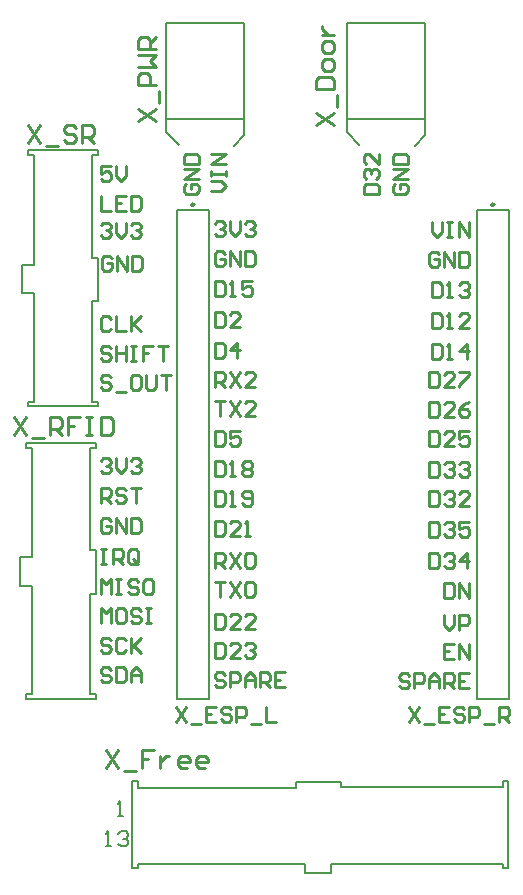
<source format=gto>
G04*
G04 #@! TF.GenerationSoftware,Altium Limited,Altium Designer,24.5.2 (23)*
G04*
G04 Layer_Color=65535*
%FSLAX25Y25*%
%MOIN*%
G70*
G04*
G04 #@! TF.SameCoordinates,283EEC4D-0936-4861-99EB-E05453D0A95E*
G04*
G04*
G04 #@! TF.FilePolarity,Positive*
G04*
G01*
G75*
%ADD10C,0.00984*%
%ADD11C,0.00787*%
%ADD12C,0.01000*%
%ADD13C,0.00800*%
D10*
X164857Y232501D02*
G03*
X164857Y232501I-492J0D01*
G01*
X64857D02*
G03*
X64857Y232501I-492J0D01*
G01*
D11*
X78104Y252218D02*
X81504Y255618D01*
X55504Y261118D02*
X81504D01*
X55504Y256618D02*
X59704Y252418D01*
X55504Y256618D02*
Y293143D01*
X81504D01*
Y255618D02*
Y293143D01*
X138340Y252218D02*
X141740Y255618D01*
X115740Y261118D02*
X141740D01*
X115740Y256618D02*
X119940Y252418D01*
X115740Y256618D02*
Y293143D01*
X141740D01*
Y255618D02*
Y293143D01*
X44192Y13228D02*
Y38425D01*
X169508Y13228D02*
Y38425D01*
X44192D02*
Y40394D01*
X46161D01*
Y37925D02*
Y40394D01*
Y37925D02*
X98664D01*
Y39894D01*
X113624D01*
Y38327D02*
Y39894D01*
Y38327D02*
X167933D01*
Y40394D01*
X169508D01*
Y38425D02*
Y40394D01*
Y11260D02*
Y13228D01*
X167933Y11260D02*
X169508D01*
X167933D02*
Y12835D01*
X110472Y12835D02*
X167933Y12835D01*
X110472Y9882D02*
Y12638D01*
X101811Y9882D02*
X110472D01*
X101811D02*
Y12638D01*
X46161D02*
X101811D01*
X46161Y11260D02*
Y12835D01*
X44192Y11260D02*
X46161D01*
X44192D02*
Y13228D01*
X9449Y249921D02*
Y250709D01*
X12205D01*
X9449Y249134D02*
Y249921D01*
X9547Y165276D02*
Y166850D01*
X11417D01*
Y203071D01*
X7480D02*
X11417D01*
X9449Y249134D02*
X11417D01*
X11417Y212520D01*
X7480D02*
X11417D01*
X7480Y203071D02*
Y212520D01*
X32677Y249134D02*
Y250709D01*
X30709Y249134D02*
X32677D01*
X30709Y214882D02*
Y249134D01*
Y214882D02*
X32677D01*
Y200315D02*
Y214882D01*
X30709Y200315D02*
X32677D01*
X30709Y166850D02*
Y200315D01*
Y166850D02*
X32677D01*
Y165276D02*
Y166850D01*
X12205Y250709D02*
X32677D01*
X9547Y165276D02*
X32677D01*
X159050Y230591D02*
X169680D01*
X159050Y67638D02*
Y230591D01*
Y67638D02*
X169680D01*
Y230591D01*
X8766Y152331D02*
Y153119D01*
X11522D01*
X8766Y151544D02*
Y152331D01*
X8865Y67686D02*
Y69261D01*
X10735D01*
Y105481D01*
X6798D02*
X10735D01*
X8766Y151544D02*
X10735D01*
X10735Y114930D01*
X6798D02*
X10735D01*
X6798Y105481D02*
Y114930D01*
X31995Y151544D02*
Y153119D01*
X30026Y151544D02*
X31995D01*
X30026Y117292D02*
Y151544D01*
Y117292D02*
X31995D01*
Y102725D02*
Y117292D01*
X30026Y102725D02*
X31995D01*
X30026Y69261D02*
Y102725D01*
Y69261D02*
X31995D01*
Y67686D02*
Y69261D01*
X11522Y153119D02*
X31995D01*
X8865Y67686D02*
X31995D01*
X69680Y67638D02*
Y230591D01*
X59050Y67638D02*
X69680D01*
X59050D02*
Y230591D01*
X69680D01*
D12*
X37009Y184693D02*
X36176Y185526D01*
X34510D01*
X33677Y184693D01*
Y183860D01*
X34510Y183027D01*
X36176D01*
X37009Y182194D01*
Y181361D01*
X36176Y180528D01*
X34510D01*
X33677Y181361D01*
X38675Y185526D02*
Y180528D01*
Y183027D01*
X42008D01*
Y185526D01*
Y180528D01*
X43674Y185526D02*
X45340D01*
X44507D01*
Y180528D01*
X43674D01*
X45340D01*
X51171Y185526D02*
X47839D01*
Y183027D01*
X49505D01*
X47839D01*
Y180528D01*
X52838Y185526D02*
X56170D01*
X54504D01*
Y180528D01*
X37009Y245369D02*
X33677D01*
Y242869D01*
X35343Y243702D01*
X36176D01*
X37009Y242869D01*
Y241203D01*
X36176Y240370D01*
X34510D01*
X33677Y241203D01*
X38675Y245369D02*
Y242036D01*
X40342Y240370D01*
X42008Y242036D01*
Y245369D01*
X37009Y174896D02*
X36176Y175729D01*
X34510D01*
X33677Y174896D01*
Y174063D01*
X34510Y173230D01*
X36176D01*
X37009Y172397D01*
Y171564D01*
X36176Y170731D01*
X34510D01*
X33677Y171564D01*
X38675Y169898D02*
X42008D01*
X46173Y175729D02*
X44507D01*
X43674Y174896D01*
Y171564D01*
X44507Y170731D01*
X46173D01*
X47006Y171564D01*
Y174896D01*
X46173Y175729D01*
X48672D02*
Y171564D01*
X49505Y170731D01*
X51171D01*
X52005Y171564D01*
Y175729D01*
X53671D02*
X57003D01*
X55337D01*
Y170731D01*
X33677Y235526D02*
Y230528D01*
X37009D01*
X42008Y235526D02*
X38675D01*
Y230528D01*
X42008D01*
X38675Y233027D02*
X40342D01*
X43674Y235526D02*
Y230528D01*
X46173D01*
X47006Y231361D01*
Y234693D01*
X46173Y235526D01*
X43674D01*
X37009Y194535D02*
X36176Y195369D01*
X34510D01*
X33677Y194535D01*
Y191203D01*
X34510Y190370D01*
X36176D01*
X37009Y191203D01*
X38675Y195369D02*
Y190370D01*
X42008D01*
X43674Y195369D02*
Y190370D01*
Y192036D01*
X47006Y195369D01*
X44507Y192869D01*
X47006Y190370D01*
X37403Y214614D02*
X36570Y215447D01*
X34904D01*
X34071Y214614D01*
Y211282D01*
X34904Y210449D01*
X36570D01*
X37403Y211282D01*
Y212948D01*
X35737D01*
X39069Y210449D02*
Y215447D01*
X42401Y210449D01*
Y215447D01*
X44068D02*
Y210449D01*
X46567D01*
X47400Y211282D01*
Y214614D01*
X46567Y215447D01*
X44068D01*
X33677Y225638D02*
X34510Y226471D01*
X36176D01*
X37009Y225638D01*
Y224805D01*
X36176Y223972D01*
X35343D01*
X36176D01*
X37009Y223139D01*
Y222305D01*
X36176Y221472D01*
X34510D01*
X33677Y222305D01*
X38675Y226471D02*
Y223139D01*
X40342Y221472D01*
X42008Y223139D01*
Y226471D01*
X43674Y225638D02*
X44507Y226471D01*
X46173D01*
X47006Y225638D01*
Y224805D01*
X46173Y223972D01*
X45340D01*
X46173D01*
X47006Y223139D01*
Y222305D01*
X46173Y221472D01*
X44507D01*
X43674Y222305D01*
X37110Y77410D02*
X36277Y78243D01*
X34610D01*
X33777Y77410D01*
Y76577D01*
X34610Y75744D01*
X36277D01*
X37110Y74911D01*
Y74078D01*
X36277Y73245D01*
X34610D01*
X33777Y74078D01*
X38776Y78243D02*
Y73245D01*
X41275D01*
X42108Y74078D01*
Y77410D01*
X41275Y78243D01*
X38776D01*
X43774Y73245D02*
Y76577D01*
X45440Y78243D01*
X47106Y76577D01*
Y73245D01*
Y75744D01*
X43774D01*
X33777Y92930D02*
Y97928D01*
X35443Y96262D01*
X37110Y97928D01*
Y92930D01*
X41275Y97928D02*
X39609D01*
X38776Y97095D01*
Y93763D01*
X39609Y92930D01*
X41275D01*
X42108Y93763D01*
Y97095D01*
X41275Y97928D01*
X47106Y97095D02*
X46273Y97928D01*
X44607D01*
X43774Y97095D01*
Y96262D01*
X44607Y95429D01*
X46273D01*
X47106Y94596D01*
Y93763D01*
X46273Y92930D01*
X44607D01*
X43774Y93763D01*
X48772Y97928D02*
X50439D01*
X49606D01*
Y92930D01*
X48772D01*
X50439D01*
X33777Y102576D02*
Y107574D01*
X35443Y105908D01*
X37110Y107574D01*
Y102576D01*
X38776Y107574D02*
X40442D01*
X39609D01*
Y102576D01*
X38776D01*
X40442D01*
X46273Y106741D02*
X45440Y107574D01*
X43774D01*
X42941Y106741D01*
Y105908D01*
X43774Y105075D01*
X45440D01*
X46273Y104242D01*
Y103409D01*
X45440Y102576D01*
X43774D01*
X42941Y103409D01*
X50439Y107574D02*
X48772D01*
X47940Y106741D01*
Y103409D01*
X48772Y102576D01*
X50439D01*
X51272Y103409D01*
Y106741D01*
X50439Y107574D01*
X33777Y117712D02*
X35443D01*
X34610D01*
Y112713D01*
X33777D01*
X35443D01*
X37943D02*
Y117712D01*
X40442D01*
X41275Y116879D01*
Y115213D01*
X40442Y114380D01*
X37943D01*
X39609D02*
X41275Y112713D01*
X46273Y113546D02*
Y116879D01*
X45440Y117712D01*
X43774D01*
X42941Y116879D01*
Y113546D01*
X43774Y112713D01*
X45440D01*
X44607Y114380D02*
X46273Y112713D01*
X45440D02*
X46273Y113546D01*
X37110Y87351D02*
X36277Y88184D01*
X34610D01*
X33777Y87351D01*
Y86518D01*
X34610Y85685D01*
X36277D01*
X37110Y84852D01*
Y84019D01*
X36277Y83186D01*
X34610D01*
X33777Y84019D01*
X42108Y87351D02*
X41275Y88184D01*
X39609D01*
X38776Y87351D01*
Y84019D01*
X39609Y83186D01*
X41275D01*
X42108Y84019D01*
X43774Y88184D02*
Y83186D01*
Y84852D01*
X47106Y88184D01*
X44607Y85685D01*
X47106Y83186D01*
X37110Y127213D02*
X36277Y128046D01*
X34610D01*
X33777Y127213D01*
Y123881D01*
X34610Y123048D01*
X36277D01*
X37110Y123881D01*
Y125547D01*
X35443D01*
X38776Y123048D02*
Y128046D01*
X42108Y123048D01*
Y128046D01*
X43774D02*
Y123048D01*
X46273D01*
X47106Y123881D01*
Y127213D01*
X46273Y128046D01*
X43774D01*
X33777Y133087D02*
Y138086D01*
X36277D01*
X37110Y137253D01*
Y135587D01*
X36277Y134754D01*
X33777D01*
X35443D02*
X37110Y133087D01*
X42108Y137253D02*
X41275Y138086D01*
X39609D01*
X38776Y137253D01*
Y136420D01*
X39609Y135587D01*
X41275D01*
X42108Y134754D01*
Y133920D01*
X41275Y133087D01*
X39609D01*
X38776Y133920D01*
X43774Y138086D02*
X47106D01*
X45440D01*
Y133087D01*
X33777Y147194D02*
X34610Y148027D01*
X36277D01*
X37110Y147194D01*
Y146361D01*
X36277Y145528D01*
X35443D01*
X36277D01*
X37110Y144694D01*
Y143861D01*
X36277Y143028D01*
X34610D01*
X33777Y143861D01*
X38776Y148027D02*
Y144694D01*
X40442Y143028D01*
X42108Y144694D01*
Y148027D01*
X43774Y147194D02*
X44607Y148027D01*
X46273D01*
X47106Y147194D01*
Y146361D01*
X46273Y145528D01*
X45440D01*
X46273D01*
X47106Y144694D01*
Y143861D01*
X46273Y143028D01*
X44607D01*
X43774Y143861D01*
X71671Y137200D02*
Y132202D01*
X74170D01*
X75003Y133035D01*
Y136367D01*
X74170Y137200D01*
X71671D01*
X76670Y132202D02*
X78336D01*
X77503D01*
Y137200D01*
X76670Y136367D01*
X80835Y133035D02*
X81668Y132202D01*
X83334D01*
X84167Y133035D01*
Y136367D01*
X83334Y137200D01*
X81668D01*
X80835Y136367D01*
Y135534D01*
X81668Y134701D01*
X84167D01*
X71671Y226131D02*
X72504Y226964D01*
X74170D01*
X75003Y226131D01*
Y225297D01*
X74170Y224464D01*
X73337D01*
X74170D01*
X75003Y223631D01*
Y222798D01*
X74170Y221965D01*
X72504D01*
X71671Y222798D01*
X76670Y226964D02*
Y223631D01*
X78336Y221965D01*
X80002Y223631D01*
Y226964D01*
X81668Y226131D02*
X82501Y226964D01*
X84167D01*
X85000Y226131D01*
Y225297D01*
X84167Y224464D01*
X83334D01*
X84167D01*
X85000Y223631D01*
Y222798D01*
X84167Y221965D01*
X82501D01*
X81668Y222798D01*
X75003Y216190D02*
X74170Y217023D01*
X72504D01*
X71671Y216190D01*
Y212857D01*
X72504Y212024D01*
X74170D01*
X75003Y212857D01*
Y214524D01*
X73337D01*
X76670Y212024D02*
Y217023D01*
X80002Y212024D01*
Y217023D01*
X81668D02*
Y212024D01*
X84167D01*
X85000Y212857D01*
Y216190D01*
X84167Y217023D01*
X81668D01*
X71671Y206983D02*
Y201985D01*
X74170D01*
X75003Y202818D01*
Y206150D01*
X74170Y206983D01*
X71671D01*
X76670Y201985D02*
X78336D01*
X77503D01*
Y206983D01*
X76670Y206150D01*
X84167Y206983D02*
X80835D01*
Y204484D01*
X82501Y205317D01*
X83334D01*
X84167Y204484D01*
Y202818D01*
X83334Y201985D01*
X81668D01*
X80835Y202818D01*
X71671Y167121D02*
X75003D01*
X73337D01*
Y162123D01*
X76670Y167121D02*
X80002Y162123D01*
Y167121D02*
X76670Y162123D01*
X85000D02*
X81668D01*
X85000Y165455D01*
Y166288D01*
X84167Y167121D01*
X82501D01*
X81668Y166288D01*
X71671Y196649D02*
Y191650D01*
X74170D01*
X75003Y192483D01*
Y195816D01*
X74170Y196649D01*
X71671D01*
X80002Y191650D02*
X76670D01*
X80002Y194983D01*
Y195816D01*
X79169Y196649D01*
X77503D01*
X76670Y195816D01*
X71671Y186511D02*
Y181512D01*
X74170D01*
X75003Y182346D01*
Y185678D01*
X74170Y186511D01*
X71671D01*
X79169Y181512D02*
Y186511D01*
X76670Y184012D01*
X80002D01*
X71671Y171867D02*
Y176865D01*
X74170D01*
X75003Y176032D01*
Y174366D01*
X74170Y173533D01*
X71671D01*
X73337D02*
X75003Y171867D01*
X76670Y176865D02*
X80002Y171867D01*
Y176865D02*
X76670Y171867D01*
X85000D02*
X81668D01*
X85000Y175199D01*
Y176032D01*
X84167Y176865D01*
X82501D01*
X81668Y176032D01*
X71671Y157180D02*
Y152182D01*
X74170D01*
X75003Y153015D01*
Y156347D01*
X74170Y157180D01*
X71671D01*
X80002D02*
X76670D01*
Y154681D01*
X78336Y155514D01*
X79169D01*
X80002Y154681D01*
Y153015D01*
X79169Y152182D01*
X77503D01*
X76670Y153015D01*
X71671Y147042D02*
Y142044D01*
X74170D01*
X75003Y142877D01*
Y146209D01*
X74170Y147042D01*
X71671D01*
X76670Y142044D02*
X78336D01*
X77503D01*
Y147042D01*
X76670Y146209D01*
X80835D02*
X81668Y147042D01*
X83334D01*
X84167Y146209D01*
Y145376D01*
X83334Y144543D01*
X84167Y143710D01*
Y142877D01*
X83334Y142044D01*
X81668D01*
X80835Y142877D01*
Y143710D01*
X81668Y144543D01*
X80835Y145376D01*
Y146209D01*
X81668Y144543D02*
X83334D01*
X71671Y127062D02*
Y122064D01*
X74170D01*
X75003Y122897D01*
Y126229D01*
X74170Y127062D01*
X71671D01*
X80002Y122064D02*
X76670D01*
X80002Y125396D01*
Y126229D01*
X79169Y127062D01*
X77503D01*
X76670Y126229D01*
X81668Y122064D02*
X83334D01*
X82501D01*
Y127062D01*
X81668Y126229D01*
X71671Y111532D02*
Y116531D01*
X74170D01*
X75003Y115698D01*
Y114031D01*
X74170Y113198D01*
X71671D01*
X73337D02*
X75003Y111532D01*
X76670Y116531D02*
X80002Y111532D01*
Y116531D02*
X76670Y111532D01*
X81668Y115698D02*
X82501Y116531D01*
X84167D01*
X85000Y115698D01*
Y112365D01*
X84167Y111532D01*
X82501D01*
X81668Y112365D01*
Y115698D01*
X71671Y106787D02*
X75003D01*
X73337D01*
Y101788D01*
X76670Y106787D02*
X80002Y101788D01*
Y106787D02*
X76670Y101788D01*
X81668Y105953D02*
X82501Y106787D01*
X84167D01*
X85000Y105953D01*
Y102621D01*
X84167Y101788D01*
X82501D01*
X81668Y102621D01*
Y105953D01*
X71671Y96058D02*
Y91060D01*
X74170D01*
X75003Y91893D01*
Y95225D01*
X74170Y96058D01*
X71671D01*
X80002Y91060D02*
X76670D01*
X80002Y94392D01*
Y95225D01*
X79169Y96058D01*
X77503D01*
X76670Y95225D01*
X85000Y91060D02*
X81668D01*
X85000Y94392D01*
Y95225D01*
X84167Y96058D01*
X82501D01*
X81668Y95225D01*
X71671Y86511D02*
Y81512D01*
X74170D01*
X75003Y82346D01*
Y85678D01*
X74170Y86511D01*
X71671D01*
X80002Y81512D02*
X76670D01*
X80002Y84845D01*
Y85678D01*
X79169Y86511D01*
X77503D01*
X76670Y85678D01*
X81668D02*
X82501Y86511D01*
X84167D01*
X85000Y85678D01*
Y84845D01*
X84167Y84012D01*
X83334D01*
X84167D01*
X85000Y83179D01*
Y82346D01*
X84167Y81512D01*
X82501D01*
X81668Y82346D01*
X75003Y75835D02*
X74170Y76668D01*
X72504D01*
X71671Y75835D01*
Y75002D01*
X72504Y74169D01*
X74170D01*
X75003Y73336D01*
Y72503D01*
X74170Y71670D01*
X72504D01*
X71671Y72503D01*
X76670Y71670D02*
Y76668D01*
X79169D01*
X80002Y75835D01*
Y74169D01*
X79169Y73336D01*
X76670D01*
X81668Y71670D02*
Y75002D01*
X83334Y76668D01*
X85000Y75002D01*
Y71670D01*
Y74169D01*
X81668D01*
X86666Y71670D02*
Y76668D01*
X89165D01*
X89999Y75835D01*
Y74169D01*
X89165Y73336D01*
X86666D01*
X88332D02*
X89999Y71670D01*
X94997Y76668D02*
X91665D01*
Y71670D01*
X94997D01*
X91665Y74169D02*
X93331D01*
X136519Y75540D02*
X135686Y76373D01*
X134020D01*
X133187Y75540D01*
Y74707D01*
X134020Y73874D01*
X135686D01*
X136519Y73041D01*
Y72208D01*
X135686Y71375D01*
X134020D01*
X133187Y72208D01*
X138185Y71375D02*
Y76373D01*
X140684D01*
X141517Y75540D01*
Y73874D01*
X140684Y73041D01*
X138185D01*
X143184Y71375D02*
Y74707D01*
X144850Y76373D01*
X146516Y74707D01*
Y71375D01*
Y73874D01*
X143184D01*
X148182Y71375D02*
Y76373D01*
X150681D01*
X151514Y75540D01*
Y73874D01*
X150681Y73041D01*
X148182D01*
X149848D02*
X151514Y71375D01*
X156513Y76373D02*
X153180D01*
Y71375D01*
X156513D01*
X153180Y73874D02*
X154847D01*
X151514Y86216D02*
X148182D01*
Y81217D01*
X151514D01*
X148182Y83716D02*
X149848D01*
X153180Y81217D02*
Y86216D01*
X156513Y81217D01*
Y86216D01*
X148182Y95763D02*
Y92431D01*
X149848Y90764D01*
X151514Y92431D01*
Y95763D01*
X153180Y90764D02*
Y95763D01*
X155680D01*
X156513Y94930D01*
Y93264D01*
X155680Y92431D01*
X153180D01*
X148182Y106491D02*
Y101493D01*
X150681D01*
X151514Y102326D01*
Y105658D01*
X150681Y106491D01*
X148182D01*
X153180Y101493D02*
Y106491D01*
X156513Y101493D01*
Y106491D01*
X143184Y116235D02*
Y111237D01*
X145683D01*
X146516Y112070D01*
Y115402D01*
X145683Y116235D01*
X143184D01*
X148182Y115402D02*
X149015Y116235D01*
X150681D01*
X151514Y115402D01*
Y114569D01*
X150681Y113736D01*
X149848D01*
X150681D01*
X151514Y112903D01*
Y112070D01*
X150681Y111237D01*
X149015D01*
X148182Y112070D01*
X155680Y111237D02*
Y116235D01*
X153180Y113736D01*
X156513D01*
X143184Y126767D02*
Y121768D01*
X145683D01*
X146516Y122601D01*
Y125934D01*
X145683Y126767D01*
X143184D01*
X148182Y125934D02*
X149015Y126767D01*
X150681D01*
X151514Y125934D01*
Y125101D01*
X150681Y124268D01*
X149848D01*
X150681D01*
X151514Y123434D01*
Y122601D01*
X150681Y121768D01*
X149015D01*
X148182Y122601D01*
X156513Y126767D02*
X153180D01*
Y124268D01*
X154847Y125101D01*
X155680D01*
X156513Y124268D01*
Y122601D01*
X155680Y121768D01*
X154013D01*
X153180Y122601D01*
X143184Y146747D02*
Y141749D01*
X145683D01*
X146516Y142582D01*
Y145914D01*
X145683Y146747D01*
X143184D01*
X148182Y145914D02*
X149015Y146747D01*
X150681D01*
X151514Y145914D01*
Y145081D01*
X150681Y144248D01*
X149848D01*
X150681D01*
X151514Y143415D01*
Y142582D01*
X150681Y141749D01*
X149015D01*
X148182Y142582D01*
X153180Y145914D02*
X154013Y146747D01*
X155680D01*
X156513Y145914D01*
Y145081D01*
X155680Y144248D01*
X154847D01*
X155680D01*
X156513Y143415D01*
Y142582D01*
X155680Y141749D01*
X154013D01*
X153180Y142582D01*
X143184Y156885D02*
Y151886D01*
X145683D01*
X146516Y152720D01*
Y156052D01*
X145683Y156885D01*
X143184D01*
X151514Y151886D02*
X148182D01*
X151514Y155219D01*
Y156052D01*
X150681Y156885D01*
X149015D01*
X148182Y156052D01*
X156513Y156885D02*
X153180D01*
Y154386D01*
X154847Y155219D01*
X155680D01*
X156513Y154386D01*
Y152720D01*
X155680Y151886D01*
X154013D01*
X153180Y152720D01*
X143184Y176570D02*
Y171572D01*
X145683D01*
X146516Y172405D01*
Y175737D01*
X145683Y176570D01*
X143184D01*
X151514Y171572D02*
X148182D01*
X151514Y174904D01*
Y175737D01*
X150681Y176570D01*
X149015D01*
X148182Y175737D01*
X153180Y176570D02*
X156513D01*
Y175737D01*
X153180Y172405D01*
Y171572D01*
X144017Y186216D02*
Y181217D01*
X146516D01*
X147349Y182050D01*
Y185382D01*
X146516Y186216D01*
X144017D01*
X149015Y181217D02*
X150681D01*
X149848D01*
Y186216D01*
X149015Y185382D01*
X155680Y181217D02*
Y186216D01*
X153180Y183716D01*
X156513D01*
X144017Y196353D02*
Y191355D01*
X146516D01*
X147349Y192188D01*
Y195520D01*
X146516Y196353D01*
X144017D01*
X149015Y191355D02*
X150681D01*
X149848D01*
Y196353D01*
X149015Y195520D01*
X156513Y191355D02*
X153180D01*
X156513Y194687D01*
Y195520D01*
X155680Y196353D01*
X154013D01*
X153180Y195520D01*
X143184Y166826D02*
Y161828D01*
X145683D01*
X146516Y162661D01*
Y165993D01*
X145683Y166826D01*
X143184D01*
X151514Y161828D02*
X148182D01*
X151514Y165160D01*
Y165993D01*
X150681Y166826D01*
X149015D01*
X148182Y165993D01*
X156513Y166826D02*
X154847Y165993D01*
X153180Y164327D01*
Y162661D01*
X154013Y161828D01*
X155680D01*
X156513Y162661D01*
Y163494D01*
X155680Y164327D01*
X153180D01*
X144017Y206688D02*
Y201690D01*
X146516D01*
X147349Y202523D01*
Y205855D01*
X146516Y206688D01*
X144017D01*
X149015Y201690D02*
X150681D01*
X149848D01*
Y206688D01*
X149015Y205855D01*
X153180D02*
X154013Y206688D01*
X155680D01*
X156513Y205855D01*
Y205022D01*
X155680Y204189D01*
X154847D01*
X155680D01*
X156513Y203356D01*
Y202523D01*
X155680Y201690D01*
X154013D01*
X153180Y202523D01*
X146516Y215894D02*
X145683Y216727D01*
X144017D01*
X143184Y215894D01*
Y212562D01*
X144017Y211729D01*
X145683D01*
X146516Y212562D01*
Y214228D01*
X144850D01*
X148182Y211729D02*
Y216727D01*
X151514Y211729D01*
Y216727D01*
X153180D02*
Y211729D01*
X155680D01*
X156513Y212562D01*
Y215894D01*
X155680Y216727D01*
X153180D01*
X144017Y226668D02*
Y223336D01*
X145683Y221670D01*
X147349Y223336D01*
Y226668D01*
X149015D02*
X150681D01*
X149848D01*
Y221670D01*
X149015D01*
X150681D01*
X153180D02*
Y226668D01*
X156513Y221670D01*
Y226668D01*
X70437Y236972D02*
X73769D01*
X75436Y238638D01*
X73769Y240304D01*
X70437D01*
Y241970D02*
Y243636D01*
Y242803D01*
X75436D01*
Y241970D01*
Y243636D01*
Y246135D02*
X70437D01*
X75436Y249467D01*
X70437D01*
X62215Y239471D02*
X61382Y238638D01*
Y236971D01*
X62215Y236139D01*
X65547D01*
X66381Y236971D01*
Y238638D01*
X65547Y239471D01*
X63881D01*
Y237805D01*
X66381Y241137D02*
X61382D01*
X66381Y244469D01*
X61382D01*
Y246135D02*
X66381D01*
Y248634D01*
X65547Y249467D01*
X62215D01*
X61382Y248634D01*
Y246135D01*
X131802Y239471D02*
X130969Y238638D01*
Y236972D01*
X131802Y236139D01*
X135134D01*
X135967Y236972D01*
Y238638D01*
X135134Y239471D01*
X133468D01*
Y237805D01*
X135967Y241137D02*
X130969D01*
X135967Y244469D01*
X130969D01*
Y246135D02*
X135967D01*
Y248635D01*
X135134Y249467D01*
X131802D01*
X130969Y248635D01*
Y246135D01*
X121323Y236139D02*
X126321D01*
Y238638D01*
X125488Y239471D01*
X122156D01*
X121323Y238638D01*
Y236139D01*
X122156Y241137D02*
X121323Y241970D01*
Y243636D01*
X122156Y244469D01*
X122989D01*
X123822Y243636D01*
Y242803D01*
Y243636D01*
X124655Y244469D01*
X125488D01*
X126321Y243636D01*
Y241970D01*
X125488Y241137D01*
X126321Y249467D02*
Y246135D01*
X122989Y249467D01*
X122156D01*
X121323Y248634D01*
Y246968D01*
X122156Y246135D01*
X143184Y136905D02*
Y131906D01*
X145683D01*
X146516Y132739D01*
Y136072D01*
X145683Y136905D01*
X143184D01*
X148182Y136072D02*
X149015Y136905D01*
X150681D01*
X151514Y136072D01*
Y135239D01*
X150681Y134405D01*
X149848D01*
X150681D01*
X151514Y133572D01*
Y132739D01*
X150681Y131906D01*
X149015D01*
X148182Y132739D01*
X156513Y131906D02*
X153180D01*
X156513Y135239D01*
Y136072D01*
X155680Y136905D01*
X154013D01*
X153180Y136072D01*
X46107Y260414D02*
X52105Y264413D01*
X46107D02*
X52105Y260414D01*
X53105Y266412D02*
Y270411D01*
X52105Y272410D02*
X46107D01*
Y275409D01*
X47107Y276409D01*
X49106D01*
X50106Y275409D01*
Y272410D01*
X46107Y278408D02*
X52105D01*
X50106Y280408D01*
X52105Y282407D01*
X46107D01*
X52105Y284406D02*
X46107D01*
Y287405D01*
X47107Y288405D01*
X49106D01*
X50106Y287405D01*
Y284406D01*
Y286406D02*
X52105Y288405D01*
X35600Y50798D02*
X39599Y44800D01*
Y50798D02*
X35600Y44800D01*
X41598Y43800D02*
X45597D01*
X51595Y50798D02*
X47596D01*
Y47799D01*
X49595D01*
X47596D01*
Y44800D01*
X53594Y48799D02*
Y44800D01*
Y46799D01*
X54594Y47799D01*
X55594Y48799D01*
X56593D01*
X62591Y44800D02*
X60592D01*
X59592Y45800D01*
Y47799D01*
X60592Y48799D01*
X62591D01*
X63591Y47799D01*
Y46799D01*
X59592D01*
X68589Y44800D02*
X66590D01*
X65590Y45800D01*
Y47799D01*
X66590Y48799D01*
X68589D01*
X69589Y47799D01*
Y46799D01*
X65590D01*
X9476Y259011D02*
X13475Y253013D01*
Y259011D02*
X9476Y253013D01*
X15474Y252013D02*
X19473D01*
X25471Y258011D02*
X24471Y259011D01*
X22472D01*
X21472Y258011D01*
Y257011D01*
X22472Y256012D01*
X24471D01*
X25471Y255012D01*
Y254012D01*
X24471Y253013D01*
X22472D01*
X21472Y254012D01*
X27470Y253013D02*
Y259011D01*
X30469D01*
X31469Y258011D01*
Y256012D01*
X30469Y255012D01*
X27470D01*
X29469D02*
X31469Y253013D01*
X4765Y161767D02*
X8764Y155769D01*
Y161767D02*
X4765Y155769D01*
X10763Y154769D02*
X14762D01*
X16761Y155769D02*
Y161767D01*
X19760D01*
X20760Y160767D01*
Y158768D01*
X19760Y157768D01*
X16761D01*
X18761D02*
X20760Y155769D01*
X26758Y161767D02*
X22759D01*
Y158768D01*
X24759D01*
X22759D01*
Y155769D01*
X28757Y161767D02*
X30757D01*
X29757D01*
Y155769D01*
X28757D01*
X30757D01*
X33756Y161767D02*
Y155769D01*
X36755D01*
X37754Y156768D01*
Y160767D01*
X36755Y161767D01*
X33756D01*
X136488Y65120D02*
X139821Y60122D01*
Y65120D02*
X136488Y60122D01*
X141487Y59289D02*
X144819D01*
X149817Y65120D02*
X146485D01*
Y60122D01*
X149817D01*
X146485Y62621D02*
X148151D01*
X154816Y64287D02*
X153983Y65120D01*
X152316D01*
X151484Y64287D01*
Y63454D01*
X152316Y62621D01*
X153983D01*
X154816Y61788D01*
Y60955D01*
X153983Y60122D01*
X152316D01*
X151484Y60955D01*
X156482Y60122D02*
Y65120D01*
X158981D01*
X159814Y64287D01*
Y62621D01*
X158981Y61788D01*
X156482D01*
X161480Y59289D02*
X164813D01*
X166479Y60122D02*
Y65120D01*
X168978D01*
X169811Y64287D01*
Y62621D01*
X168978Y61788D01*
X166479D01*
X168145D02*
X169811Y60122D01*
X58929Y65120D02*
X62261Y60122D01*
Y65120D02*
X58929Y60122D01*
X63928Y59289D02*
X67260D01*
X72258Y65120D02*
X68926D01*
Y60122D01*
X72258D01*
X68926Y62621D02*
X70592D01*
X77257Y64287D02*
X76424Y65120D01*
X74757D01*
X73924Y64287D01*
Y63454D01*
X74757Y62621D01*
X76424D01*
X77257Y61788D01*
Y60955D01*
X76424Y60122D01*
X74757D01*
X73924Y60955D01*
X78923Y60122D02*
Y65120D01*
X81422D01*
X82255Y64287D01*
Y62621D01*
X81422Y61788D01*
X78923D01*
X83921Y59289D02*
X87253D01*
X88920Y65120D02*
Y60122D01*
X92252D01*
X105556Y259096D02*
X111554Y263095D01*
X105556D02*
X111554Y259096D01*
X112554Y265094D02*
Y269093D01*
X105556Y271092D02*
X111554D01*
Y274091D01*
X110555Y275091D01*
X106556D01*
X105556Y274091D01*
Y271092D01*
X111554Y278090D02*
Y280089D01*
X110555Y281089D01*
X108555D01*
X107556Y280089D01*
Y278090D01*
X108555Y277090D01*
X110555D01*
X111554Y278090D01*
Y284088D02*
Y286087D01*
X110555Y287087D01*
X108555D01*
X107556Y286087D01*
Y284088D01*
X108555Y283088D01*
X110555D01*
X111554Y284088D01*
X107556Y289086D02*
X111554D01*
X109555D01*
X108555Y290086D01*
X107556Y291086D01*
Y292085D01*
D13*
X35373Y18709D02*
X37040D01*
X36207D01*
Y23707D01*
X35373Y22874D01*
X39539D02*
X40372Y23707D01*
X42038D01*
X42871Y22874D01*
Y22041D01*
X42038Y21208D01*
X41205D01*
X42038D01*
X42871Y20375D01*
Y19542D01*
X42038Y18709D01*
X40372D01*
X39539Y19542D01*
X39311Y28709D02*
X40977D01*
X40144D01*
Y33707D01*
X39311Y32874D01*
M02*

</source>
